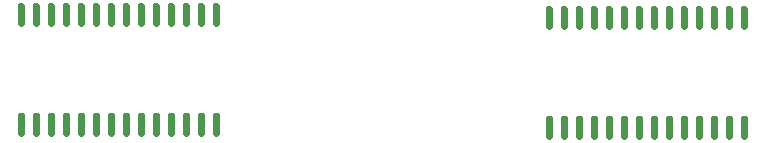
<source format=gbr>
%TF.GenerationSoftware,KiCad,Pcbnew,5.1.9-73d0e3b20d~88~ubuntu20.04.1*%
%TF.CreationDate,2021-05-01T11:52:03+02:00*%
%TF.ProjectId,anna_elsa_credit_display,616e6e61-5f65-46c7-9361-5f6372656469,rev?*%
%TF.SameCoordinates,Original*%
%TF.FileFunction,Paste,Bot*%
%TF.FilePolarity,Positive*%
%FSLAX46Y46*%
G04 Gerber Fmt 4.6, Leading zero omitted, Abs format (unit mm)*
G04 Created by KiCad (PCBNEW 5.1.9-73d0e3b20d~88~ubuntu20.04.1) date 2021-05-01 11:52:03*
%MOMM*%
%LPD*%
G01*
G04 APERTURE LIST*
G04 APERTURE END LIST*
%TO.C,J4*%
G36*
G01*
X111241500Y-66388000D02*
X111516500Y-66388000D01*
G75*
G02*
X111654000Y-66525500I0J-137500D01*
G01*
X111654000Y-68250500D01*
G75*
G02*
X111516500Y-68388000I-137500J0D01*
G01*
X111241500Y-68388000D01*
G75*
G02*
X111104000Y-68250500I0J137500D01*
G01*
X111104000Y-66525500D01*
G75*
G02*
X111241500Y-66388000I137500J0D01*
G01*
G37*
G36*
G01*
X109971500Y-66388000D02*
X110246500Y-66388000D01*
G75*
G02*
X110384000Y-66525500I0J-137500D01*
G01*
X110384000Y-68250500D01*
G75*
G02*
X110246500Y-68388000I-137500J0D01*
G01*
X109971500Y-68388000D01*
G75*
G02*
X109834000Y-68250500I0J137500D01*
G01*
X109834000Y-66525500D01*
G75*
G02*
X109971500Y-66388000I137500J0D01*
G01*
G37*
G36*
G01*
X111241500Y-57088000D02*
X111516500Y-57088000D01*
G75*
G02*
X111654000Y-57225500I0J-137500D01*
G01*
X111654000Y-58950500D01*
G75*
G02*
X111516500Y-59088000I-137500J0D01*
G01*
X111241500Y-59088000D01*
G75*
G02*
X111104000Y-58950500I0J137500D01*
G01*
X111104000Y-57225500D01*
G75*
G02*
X111241500Y-57088000I137500J0D01*
G01*
G37*
G36*
G01*
X109971500Y-57088000D02*
X110246500Y-57088000D01*
G75*
G02*
X110384000Y-57225500I0J-137500D01*
G01*
X110384000Y-58950500D01*
G75*
G02*
X110246500Y-59088000I-137500J0D01*
G01*
X109971500Y-59088000D01*
G75*
G02*
X109834000Y-58950500I0J137500D01*
G01*
X109834000Y-57225500D01*
G75*
G02*
X109971500Y-57088000I137500J0D01*
G01*
G37*
G36*
G01*
X94731500Y-66388000D02*
X95006500Y-66388000D01*
G75*
G02*
X95144000Y-66525500I0J-137500D01*
G01*
X95144000Y-68250500D01*
G75*
G02*
X95006500Y-68388000I-137500J0D01*
G01*
X94731500Y-68388000D01*
G75*
G02*
X94594000Y-68250500I0J137500D01*
G01*
X94594000Y-66525500D01*
G75*
G02*
X94731500Y-66388000I137500J0D01*
G01*
G37*
G36*
G01*
X96001500Y-66388000D02*
X96276500Y-66388000D01*
G75*
G02*
X96414000Y-66525500I0J-137500D01*
G01*
X96414000Y-68250500D01*
G75*
G02*
X96276500Y-68388000I-137500J0D01*
G01*
X96001500Y-68388000D01*
G75*
G02*
X95864000Y-68250500I0J137500D01*
G01*
X95864000Y-66525500D01*
G75*
G02*
X96001500Y-66388000I137500J0D01*
G01*
G37*
G36*
G01*
X97271500Y-66388000D02*
X97546500Y-66388000D01*
G75*
G02*
X97684000Y-66525500I0J-137500D01*
G01*
X97684000Y-68250500D01*
G75*
G02*
X97546500Y-68388000I-137500J0D01*
G01*
X97271500Y-68388000D01*
G75*
G02*
X97134000Y-68250500I0J137500D01*
G01*
X97134000Y-66525500D01*
G75*
G02*
X97271500Y-66388000I137500J0D01*
G01*
G37*
G36*
G01*
X98541500Y-66388000D02*
X98816500Y-66388000D01*
G75*
G02*
X98954000Y-66525500I0J-137500D01*
G01*
X98954000Y-68250500D01*
G75*
G02*
X98816500Y-68388000I-137500J0D01*
G01*
X98541500Y-68388000D01*
G75*
G02*
X98404000Y-68250500I0J137500D01*
G01*
X98404000Y-66525500D01*
G75*
G02*
X98541500Y-66388000I137500J0D01*
G01*
G37*
G36*
G01*
X99811500Y-66388000D02*
X100086500Y-66388000D01*
G75*
G02*
X100224000Y-66525500I0J-137500D01*
G01*
X100224000Y-68250500D01*
G75*
G02*
X100086500Y-68388000I-137500J0D01*
G01*
X99811500Y-68388000D01*
G75*
G02*
X99674000Y-68250500I0J137500D01*
G01*
X99674000Y-66525500D01*
G75*
G02*
X99811500Y-66388000I137500J0D01*
G01*
G37*
G36*
G01*
X101081500Y-66388000D02*
X101356500Y-66388000D01*
G75*
G02*
X101494000Y-66525500I0J-137500D01*
G01*
X101494000Y-68250500D01*
G75*
G02*
X101356500Y-68388000I-137500J0D01*
G01*
X101081500Y-68388000D01*
G75*
G02*
X100944000Y-68250500I0J137500D01*
G01*
X100944000Y-66525500D01*
G75*
G02*
X101081500Y-66388000I137500J0D01*
G01*
G37*
G36*
G01*
X102351500Y-66388000D02*
X102626500Y-66388000D01*
G75*
G02*
X102764000Y-66525500I0J-137500D01*
G01*
X102764000Y-68250500D01*
G75*
G02*
X102626500Y-68388000I-137500J0D01*
G01*
X102351500Y-68388000D01*
G75*
G02*
X102214000Y-68250500I0J137500D01*
G01*
X102214000Y-66525500D01*
G75*
G02*
X102351500Y-66388000I137500J0D01*
G01*
G37*
G36*
G01*
X103621500Y-66388000D02*
X103896500Y-66388000D01*
G75*
G02*
X104034000Y-66525500I0J-137500D01*
G01*
X104034000Y-68250500D01*
G75*
G02*
X103896500Y-68388000I-137500J0D01*
G01*
X103621500Y-68388000D01*
G75*
G02*
X103484000Y-68250500I0J137500D01*
G01*
X103484000Y-66525500D01*
G75*
G02*
X103621500Y-66388000I137500J0D01*
G01*
G37*
G36*
G01*
X104891500Y-66388000D02*
X105166500Y-66388000D01*
G75*
G02*
X105304000Y-66525500I0J-137500D01*
G01*
X105304000Y-68250500D01*
G75*
G02*
X105166500Y-68388000I-137500J0D01*
G01*
X104891500Y-68388000D01*
G75*
G02*
X104754000Y-68250500I0J137500D01*
G01*
X104754000Y-66525500D01*
G75*
G02*
X104891500Y-66388000I137500J0D01*
G01*
G37*
G36*
G01*
X106161500Y-66388000D02*
X106436500Y-66388000D01*
G75*
G02*
X106574000Y-66525500I0J-137500D01*
G01*
X106574000Y-68250500D01*
G75*
G02*
X106436500Y-68388000I-137500J0D01*
G01*
X106161500Y-68388000D01*
G75*
G02*
X106024000Y-68250500I0J137500D01*
G01*
X106024000Y-66525500D01*
G75*
G02*
X106161500Y-66388000I137500J0D01*
G01*
G37*
G36*
G01*
X107431500Y-66388000D02*
X107706500Y-66388000D01*
G75*
G02*
X107844000Y-66525500I0J-137500D01*
G01*
X107844000Y-68250500D01*
G75*
G02*
X107706500Y-68388000I-137500J0D01*
G01*
X107431500Y-68388000D01*
G75*
G02*
X107294000Y-68250500I0J137500D01*
G01*
X107294000Y-66525500D01*
G75*
G02*
X107431500Y-66388000I137500J0D01*
G01*
G37*
G36*
G01*
X108701500Y-66388000D02*
X108976500Y-66388000D01*
G75*
G02*
X109114000Y-66525500I0J-137500D01*
G01*
X109114000Y-68250500D01*
G75*
G02*
X108976500Y-68388000I-137500J0D01*
G01*
X108701500Y-68388000D01*
G75*
G02*
X108564000Y-68250500I0J137500D01*
G01*
X108564000Y-66525500D01*
G75*
G02*
X108701500Y-66388000I137500J0D01*
G01*
G37*
G36*
G01*
X108701500Y-57088000D02*
X108976500Y-57088000D01*
G75*
G02*
X109114000Y-57225500I0J-137500D01*
G01*
X109114000Y-58950500D01*
G75*
G02*
X108976500Y-59088000I-137500J0D01*
G01*
X108701500Y-59088000D01*
G75*
G02*
X108564000Y-58950500I0J137500D01*
G01*
X108564000Y-57225500D01*
G75*
G02*
X108701500Y-57088000I137500J0D01*
G01*
G37*
G36*
G01*
X107431500Y-57088000D02*
X107706500Y-57088000D01*
G75*
G02*
X107844000Y-57225500I0J-137500D01*
G01*
X107844000Y-58950500D01*
G75*
G02*
X107706500Y-59088000I-137500J0D01*
G01*
X107431500Y-59088000D01*
G75*
G02*
X107294000Y-58950500I0J137500D01*
G01*
X107294000Y-57225500D01*
G75*
G02*
X107431500Y-57088000I137500J0D01*
G01*
G37*
G36*
G01*
X106161500Y-57088000D02*
X106436500Y-57088000D01*
G75*
G02*
X106574000Y-57225500I0J-137500D01*
G01*
X106574000Y-58950500D01*
G75*
G02*
X106436500Y-59088000I-137500J0D01*
G01*
X106161500Y-59088000D01*
G75*
G02*
X106024000Y-58950500I0J137500D01*
G01*
X106024000Y-57225500D01*
G75*
G02*
X106161500Y-57088000I137500J0D01*
G01*
G37*
G36*
G01*
X104891500Y-57088000D02*
X105166500Y-57088000D01*
G75*
G02*
X105304000Y-57225500I0J-137500D01*
G01*
X105304000Y-58950500D01*
G75*
G02*
X105166500Y-59088000I-137500J0D01*
G01*
X104891500Y-59088000D01*
G75*
G02*
X104754000Y-58950500I0J137500D01*
G01*
X104754000Y-57225500D01*
G75*
G02*
X104891500Y-57088000I137500J0D01*
G01*
G37*
G36*
G01*
X103621500Y-57088000D02*
X103896500Y-57088000D01*
G75*
G02*
X104034000Y-57225500I0J-137500D01*
G01*
X104034000Y-58950500D01*
G75*
G02*
X103896500Y-59088000I-137500J0D01*
G01*
X103621500Y-59088000D01*
G75*
G02*
X103484000Y-58950500I0J137500D01*
G01*
X103484000Y-57225500D01*
G75*
G02*
X103621500Y-57088000I137500J0D01*
G01*
G37*
G36*
G01*
X102351500Y-57088000D02*
X102626500Y-57088000D01*
G75*
G02*
X102764000Y-57225500I0J-137500D01*
G01*
X102764000Y-58950500D01*
G75*
G02*
X102626500Y-59088000I-137500J0D01*
G01*
X102351500Y-59088000D01*
G75*
G02*
X102214000Y-58950500I0J137500D01*
G01*
X102214000Y-57225500D01*
G75*
G02*
X102351500Y-57088000I137500J0D01*
G01*
G37*
G36*
G01*
X101081500Y-57088000D02*
X101356500Y-57088000D01*
G75*
G02*
X101494000Y-57225500I0J-137500D01*
G01*
X101494000Y-58950500D01*
G75*
G02*
X101356500Y-59088000I-137500J0D01*
G01*
X101081500Y-59088000D01*
G75*
G02*
X100944000Y-58950500I0J137500D01*
G01*
X100944000Y-57225500D01*
G75*
G02*
X101081500Y-57088000I137500J0D01*
G01*
G37*
G36*
G01*
X99811500Y-57088000D02*
X100086500Y-57088000D01*
G75*
G02*
X100224000Y-57225500I0J-137500D01*
G01*
X100224000Y-58950500D01*
G75*
G02*
X100086500Y-59088000I-137500J0D01*
G01*
X99811500Y-59088000D01*
G75*
G02*
X99674000Y-58950500I0J137500D01*
G01*
X99674000Y-57225500D01*
G75*
G02*
X99811500Y-57088000I137500J0D01*
G01*
G37*
G36*
G01*
X98541500Y-57088000D02*
X98816500Y-57088000D01*
G75*
G02*
X98954000Y-57225500I0J-137500D01*
G01*
X98954000Y-58950500D01*
G75*
G02*
X98816500Y-59088000I-137500J0D01*
G01*
X98541500Y-59088000D01*
G75*
G02*
X98404000Y-58950500I0J137500D01*
G01*
X98404000Y-57225500D01*
G75*
G02*
X98541500Y-57088000I137500J0D01*
G01*
G37*
G36*
G01*
X97271500Y-57088000D02*
X97546500Y-57088000D01*
G75*
G02*
X97684000Y-57225500I0J-137500D01*
G01*
X97684000Y-58950500D01*
G75*
G02*
X97546500Y-59088000I-137500J0D01*
G01*
X97271500Y-59088000D01*
G75*
G02*
X97134000Y-58950500I0J137500D01*
G01*
X97134000Y-57225500D01*
G75*
G02*
X97271500Y-57088000I137500J0D01*
G01*
G37*
G36*
G01*
X96001500Y-57088000D02*
X96276500Y-57088000D01*
G75*
G02*
X96414000Y-57225500I0J-137500D01*
G01*
X96414000Y-58950500D01*
G75*
G02*
X96276500Y-59088000I-137500J0D01*
G01*
X96001500Y-59088000D01*
G75*
G02*
X95864000Y-58950500I0J137500D01*
G01*
X95864000Y-57225500D01*
G75*
G02*
X96001500Y-57088000I137500J0D01*
G01*
G37*
G36*
G01*
X94731500Y-57088000D02*
X95006500Y-57088000D01*
G75*
G02*
X95144000Y-57225500I0J-137500D01*
G01*
X95144000Y-58950500D01*
G75*
G02*
X95006500Y-59088000I-137500J0D01*
G01*
X94731500Y-59088000D01*
G75*
G02*
X94594000Y-58950500I0J137500D01*
G01*
X94594000Y-57225500D01*
G75*
G02*
X94731500Y-57088000I137500J0D01*
G01*
G37*
%TD*%
%TO.C,J1*%
G36*
G01*
X155945500Y-66642000D02*
X156220500Y-66642000D01*
G75*
G02*
X156358000Y-66779500I0J-137500D01*
G01*
X156358000Y-68504500D01*
G75*
G02*
X156220500Y-68642000I-137500J0D01*
G01*
X155945500Y-68642000D01*
G75*
G02*
X155808000Y-68504500I0J137500D01*
G01*
X155808000Y-66779500D01*
G75*
G02*
X155945500Y-66642000I137500J0D01*
G01*
G37*
G36*
G01*
X154675500Y-66642000D02*
X154950500Y-66642000D01*
G75*
G02*
X155088000Y-66779500I0J-137500D01*
G01*
X155088000Y-68504500D01*
G75*
G02*
X154950500Y-68642000I-137500J0D01*
G01*
X154675500Y-68642000D01*
G75*
G02*
X154538000Y-68504500I0J137500D01*
G01*
X154538000Y-66779500D01*
G75*
G02*
X154675500Y-66642000I137500J0D01*
G01*
G37*
G36*
G01*
X155945500Y-57342000D02*
X156220500Y-57342000D01*
G75*
G02*
X156358000Y-57479500I0J-137500D01*
G01*
X156358000Y-59204500D01*
G75*
G02*
X156220500Y-59342000I-137500J0D01*
G01*
X155945500Y-59342000D01*
G75*
G02*
X155808000Y-59204500I0J137500D01*
G01*
X155808000Y-57479500D01*
G75*
G02*
X155945500Y-57342000I137500J0D01*
G01*
G37*
G36*
G01*
X154675500Y-57342000D02*
X154950500Y-57342000D01*
G75*
G02*
X155088000Y-57479500I0J-137500D01*
G01*
X155088000Y-59204500D01*
G75*
G02*
X154950500Y-59342000I-137500J0D01*
G01*
X154675500Y-59342000D01*
G75*
G02*
X154538000Y-59204500I0J137500D01*
G01*
X154538000Y-57479500D01*
G75*
G02*
X154675500Y-57342000I137500J0D01*
G01*
G37*
G36*
G01*
X139435500Y-66642000D02*
X139710500Y-66642000D01*
G75*
G02*
X139848000Y-66779500I0J-137500D01*
G01*
X139848000Y-68504500D01*
G75*
G02*
X139710500Y-68642000I-137500J0D01*
G01*
X139435500Y-68642000D01*
G75*
G02*
X139298000Y-68504500I0J137500D01*
G01*
X139298000Y-66779500D01*
G75*
G02*
X139435500Y-66642000I137500J0D01*
G01*
G37*
G36*
G01*
X140705500Y-66642000D02*
X140980500Y-66642000D01*
G75*
G02*
X141118000Y-66779500I0J-137500D01*
G01*
X141118000Y-68504500D01*
G75*
G02*
X140980500Y-68642000I-137500J0D01*
G01*
X140705500Y-68642000D01*
G75*
G02*
X140568000Y-68504500I0J137500D01*
G01*
X140568000Y-66779500D01*
G75*
G02*
X140705500Y-66642000I137500J0D01*
G01*
G37*
G36*
G01*
X141975500Y-66642000D02*
X142250500Y-66642000D01*
G75*
G02*
X142388000Y-66779500I0J-137500D01*
G01*
X142388000Y-68504500D01*
G75*
G02*
X142250500Y-68642000I-137500J0D01*
G01*
X141975500Y-68642000D01*
G75*
G02*
X141838000Y-68504500I0J137500D01*
G01*
X141838000Y-66779500D01*
G75*
G02*
X141975500Y-66642000I137500J0D01*
G01*
G37*
G36*
G01*
X143245500Y-66642000D02*
X143520500Y-66642000D01*
G75*
G02*
X143658000Y-66779500I0J-137500D01*
G01*
X143658000Y-68504500D01*
G75*
G02*
X143520500Y-68642000I-137500J0D01*
G01*
X143245500Y-68642000D01*
G75*
G02*
X143108000Y-68504500I0J137500D01*
G01*
X143108000Y-66779500D01*
G75*
G02*
X143245500Y-66642000I137500J0D01*
G01*
G37*
G36*
G01*
X144515500Y-66642000D02*
X144790500Y-66642000D01*
G75*
G02*
X144928000Y-66779500I0J-137500D01*
G01*
X144928000Y-68504500D01*
G75*
G02*
X144790500Y-68642000I-137500J0D01*
G01*
X144515500Y-68642000D01*
G75*
G02*
X144378000Y-68504500I0J137500D01*
G01*
X144378000Y-66779500D01*
G75*
G02*
X144515500Y-66642000I137500J0D01*
G01*
G37*
G36*
G01*
X145785500Y-66642000D02*
X146060500Y-66642000D01*
G75*
G02*
X146198000Y-66779500I0J-137500D01*
G01*
X146198000Y-68504500D01*
G75*
G02*
X146060500Y-68642000I-137500J0D01*
G01*
X145785500Y-68642000D01*
G75*
G02*
X145648000Y-68504500I0J137500D01*
G01*
X145648000Y-66779500D01*
G75*
G02*
X145785500Y-66642000I137500J0D01*
G01*
G37*
G36*
G01*
X147055500Y-66642000D02*
X147330500Y-66642000D01*
G75*
G02*
X147468000Y-66779500I0J-137500D01*
G01*
X147468000Y-68504500D01*
G75*
G02*
X147330500Y-68642000I-137500J0D01*
G01*
X147055500Y-68642000D01*
G75*
G02*
X146918000Y-68504500I0J137500D01*
G01*
X146918000Y-66779500D01*
G75*
G02*
X147055500Y-66642000I137500J0D01*
G01*
G37*
G36*
G01*
X148325500Y-66642000D02*
X148600500Y-66642000D01*
G75*
G02*
X148738000Y-66779500I0J-137500D01*
G01*
X148738000Y-68504500D01*
G75*
G02*
X148600500Y-68642000I-137500J0D01*
G01*
X148325500Y-68642000D01*
G75*
G02*
X148188000Y-68504500I0J137500D01*
G01*
X148188000Y-66779500D01*
G75*
G02*
X148325500Y-66642000I137500J0D01*
G01*
G37*
G36*
G01*
X149595500Y-66642000D02*
X149870500Y-66642000D01*
G75*
G02*
X150008000Y-66779500I0J-137500D01*
G01*
X150008000Y-68504500D01*
G75*
G02*
X149870500Y-68642000I-137500J0D01*
G01*
X149595500Y-68642000D01*
G75*
G02*
X149458000Y-68504500I0J137500D01*
G01*
X149458000Y-66779500D01*
G75*
G02*
X149595500Y-66642000I137500J0D01*
G01*
G37*
G36*
G01*
X150865500Y-66642000D02*
X151140500Y-66642000D01*
G75*
G02*
X151278000Y-66779500I0J-137500D01*
G01*
X151278000Y-68504500D01*
G75*
G02*
X151140500Y-68642000I-137500J0D01*
G01*
X150865500Y-68642000D01*
G75*
G02*
X150728000Y-68504500I0J137500D01*
G01*
X150728000Y-66779500D01*
G75*
G02*
X150865500Y-66642000I137500J0D01*
G01*
G37*
G36*
G01*
X152135500Y-66642000D02*
X152410500Y-66642000D01*
G75*
G02*
X152548000Y-66779500I0J-137500D01*
G01*
X152548000Y-68504500D01*
G75*
G02*
X152410500Y-68642000I-137500J0D01*
G01*
X152135500Y-68642000D01*
G75*
G02*
X151998000Y-68504500I0J137500D01*
G01*
X151998000Y-66779500D01*
G75*
G02*
X152135500Y-66642000I137500J0D01*
G01*
G37*
G36*
G01*
X153405500Y-66642000D02*
X153680500Y-66642000D01*
G75*
G02*
X153818000Y-66779500I0J-137500D01*
G01*
X153818000Y-68504500D01*
G75*
G02*
X153680500Y-68642000I-137500J0D01*
G01*
X153405500Y-68642000D01*
G75*
G02*
X153268000Y-68504500I0J137500D01*
G01*
X153268000Y-66779500D01*
G75*
G02*
X153405500Y-66642000I137500J0D01*
G01*
G37*
G36*
G01*
X153405500Y-57342000D02*
X153680500Y-57342000D01*
G75*
G02*
X153818000Y-57479500I0J-137500D01*
G01*
X153818000Y-59204500D01*
G75*
G02*
X153680500Y-59342000I-137500J0D01*
G01*
X153405500Y-59342000D01*
G75*
G02*
X153268000Y-59204500I0J137500D01*
G01*
X153268000Y-57479500D01*
G75*
G02*
X153405500Y-57342000I137500J0D01*
G01*
G37*
G36*
G01*
X152135500Y-57342000D02*
X152410500Y-57342000D01*
G75*
G02*
X152548000Y-57479500I0J-137500D01*
G01*
X152548000Y-59204500D01*
G75*
G02*
X152410500Y-59342000I-137500J0D01*
G01*
X152135500Y-59342000D01*
G75*
G02*
X151998000Y-59204500I0J137500D01*
G01*
X151998000Y-57479500D01*
G75*
G02*
X152135500Y-57342000I137500J0D01*
G01*
G37*
G36*
G01*
X150865500Y-57342000D02*
X151140500Y-57342000D01*
G75*
G02*
X151278000Y-57479500I0J-137500D01*
G01*
X151278000Y-59204500D01*
G75*
G02*
X151140500Y-59342000I-137500J0D01*
G01*
X150865500Y-59342000D01*
G75*
G02*
X150728000Y-59204500I0J137500D01*
G01*
X150728000Y-57479500D01*
G75*
G02*
X150865500Y-57342000I137500J0D01*
G01*
G37*
G36*
G01*
X149595500Y-57342000D02*
X149870500Y-57342000D01*
G75*
G02*
X150008000Y-57479500I0J-137500D01*
G01*
X150008000Y-59204500D01*
G75*
G02*
X149870500Y-59342000I-137500J0D01*
G01*
X149595500Y-59342000D01*
G75*
G02*
X149458000Y-59204500I0J137500D01*
G01*
X149458000Y-57479500D01*
G75*
G02*
X149595500Y-57342000I137500J0D01*
G01*
G37*
G36*
G01*
X148325500Y-57342000D02*
X148600500Y-57342000D01*
G75*
G02*
X148738000Y-57479500I0J-137500D01*
G01*
X148738000Y-59204500D01*
G75*
G02*
X148600500Y-59342000I-137500J0D01*
G01*
X148325500Y-59342000D01*
G75*
G02*
X148188000Y-59204500I0J137500D01*
G01*
X148188000Y-57479500D01*
G75*
G02*
X148325500Y-57342000I137500J0D01*
G01*
G37*
G36*
G01*
X147055500Y-57342000D02*
X147330500Y-57342000D01*
G75*
G02*
X147468000Y-57479500I0J-137500D01*
G01*
X147468000Y-59204500D01*
G75*
G02*
X147330500Y-59342000I-137500J0D01*
G01*
X147055500Y-59342000D01*
G75*
G02*
X146918000Y-59204500I0J137500D01*
G01*
X146918000Y-57479500D01*
G75*
G02*
X147055500Y-57342000I137500J0D01*
G01*
G37*
G36*
G01*
X145785500Y-57342000D02*
X146060500Y-57342000D01*
G75*
G02*
X146198000Y-57479500I0J-137500D01*
G01*
X146198000Y-59204500D01*
G75*
G02*
X146060500Y-59342000I-137500J0D01*
G01*
X145785500Y-59342000D01*
G75*
G02*
X145648000Y-59204500I0J137500D01*
G01*
X145648000Y-57479500D01*
G75*
G02*
X145785500Y-57342000I137500J0D01*
G01*
G37*
G36*
G01*
X144515500Y-57342000D02*
X144790500Y-57342000D01*
G75*
G02*
X144928000Y-57479500I0J-137500D01*
G01*
X144928000Y-59204500D01*
G75*
G02*
X144790500Y-59342000I-137500J0D01*
G01*
X144515500Y-59342000D01*
G75*
G02*
X144378000Y-59204500I0J137500D01*
G01*
X144378000Y-57479500D01*
G75*
G02*
X144515500Y-57342000I137500J0D01*
G01*
G37*
G36*
G01*
X143245500Y-57342000D02*
X143520500Y-57342000D01*
G75*
G02*
X143658000Y-57479500I0J-137500D01*
G01*
X143658000Y-59204500D01*
G75*
G02*
X143520500Y-59342000I-137500J0D01*
G01*
X143245500Y-59342000D01*
G75*
G02*
X143108000Y-59204500I0J137500D01*
G01*
X143108000Y-57479500D01*
G75*
G02*
X143245500Y-57342000I137500J0D01*
G01*
G37*
G36*
G01*
X141975500Y-57342000D02*
X142250500Y-57342000D01*
G75*
G02*
X142388000Y-57479500I0J-137500D01*
G01*
X142388000Y-59204500D01*
G75*
G02*
X142250500Y-59342000I-137500J0D01*
G01*
X141975500Y-59342000D01*
G75*
G02*
X141838000Y-59204500I0J137500D01*
G01*
X141838000Y-57479500D01*
G75*
G02*
X141975500Y-57342000I137500J0D01*
G01*
G37*
G36*
G01*
X140705500Y-57342000D02*
X140980500Y-57342000D01*
G75*
G02*
X141118000Y-57479500I0J-137500D01*
G01*
X141118000Y-59204500D01*
G75*
G02*
X140980500Y-59342000I-137500J0D01*
G01*
X140705500Y-59342000D01*
G75*
G02*
X140568000Y-59204500I0J137500D01*
G01*
X140568000Y-57479500D01*
G75*
G02*
X140705500Y-57342000I137500J0D01*
G01*
G37*
G36*
G01*
X139435500Y-57342000D02*
X139710500Y-57342000D01*
G75*
G02*
X139848000Y-57479500I0J-137500D01*
G01*
X139848000Y-59204500D01*
G75*
G02*
X139710500Y-59342000I-137500J0D01*
G01*
X139435500Y-59342000D01*
G75*
G02*
X139298000Y-59204500I0J137500D01*
G01*
X139298000Y-57479500D01*
G75*
G02*
X139435500Y-57342000I137500J0D01*
G01*
G37*
%TD*%
M02*

</source>
